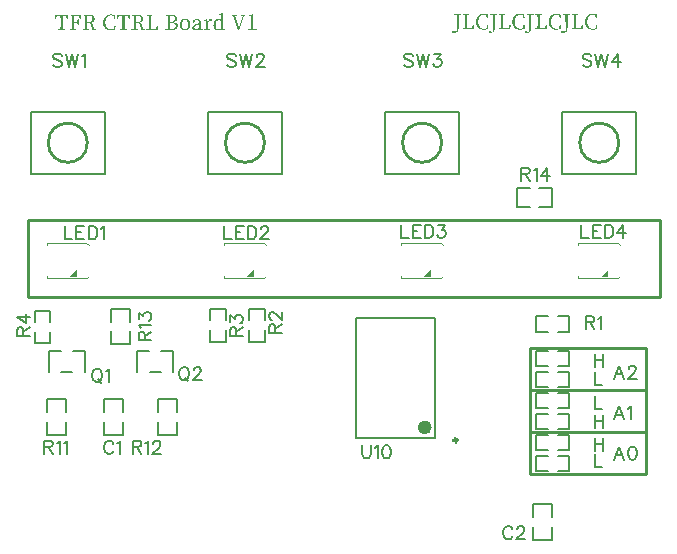
<source format=gto>
G04 Layer: TopSilkLayer*
G04 EasyEDA v6.4.25, 2021-11-01T16:40:30+01:00*
G04 d0984406bf964252bec45fc5339864a5,23de75a5ce864506aa6f80b6cd8e489b,10*
G04 Gerber Generator version 0.2*
G04 Scale: 100 percent, Rotated: No, Reflected: No *
G04 Dimensions in millimeters *
G04 leading zeros omitted , absolute positions ,4 integer and 5 decimal *
%FSLAX45Y45*%
%MOMM*%

%ADD10C,0.2540*%
%ADD12C,0.6000*%
%ADD22C,0.1200*%
%ADD23C,0.1524*%
%ADD24C,0.2000*%
%ADD25C,0.3000*%

%LPD*%
G36*
X5444998Y-77368D02*
G01*
X5439359Y-77571D01*
X5433923Y-78232D01*
X5428589Y-79248D01*
X5423509Y-80619D01*
X5418632Y-82397D01*
X5413959Y-84531D01*
X5409488Y-87020D01*
X5405323Y-89865D01*
X5401360Y-93014D01*
X5397703Y-96469D01*
X5394350Y-100228D01*
X5391251Y-104241D01*
X5388457Y-108559D01*
X5386019Y-113182D01*
X5383936Y-118008D01*
X5382158Y-123037D01*
X5380786Y-128371D01*
X5379770Y-133858D01*
X5379161Y-139547D01*
X5378958Y-145440D01*
X5379161Y-151434D01*
X5379770Y-157226D01*
X5380736Y-162814D01*
X5382056Y-168148D01*
X5383733Y-173228D01*
X5385816Y-178054D01*
X5388152Y-182676D01*
X5390896Y-186944D01*
X5393893Y-191008D01*
X5397246Y-194716D01*
X5400852Y-198170D01*
X5404764Y-201269D01*
X5408930Y-204063D01*
X5413400Y-206502D01*
X5418074Y-208584D01*
X5423052Y-210362D01*
X5428183Y-211734D01*
X5433618Y-212699D01*
X5439206Y-213309D01*
X5444998Y-213512D01*
X5450179Y-213410D01*
X5455310Y-213004D01*
X5460288Y-212293D01*
X5465216Y-211277D01*
X5469991Y-210007D01*
X5474716Y-208381D01*
X5479338Y-206400D01*
X5483860Y-204114D01*
X5484368Y-175412D01*
X5473700Y-175412D01*
X5468874Y-200304D01*
X5463184Y-202590D01*
X5457545Y-204063D01*
X5451957Y-204876D01*
X5446522Y-205130D01*
X5441391Y-204876D01*
X5436463Y-204165D01*
X5431790Y-202946D01*
X5427319Y-201269D01*
X5423154Y-199136D01*
X5419242Y-196494D01*
X5415635Y-193395D01*
X5412333Y-189890D01*
X5409336Y-185877D01*
X5406694Y-181406D01*
X5404408Y-176530D01*
X5402529Y-171196D01*
X5401005Y-165404D01*
X5399938Y-159156D01*
X5399278Y-152501D01*
X5399024Y-145440D01*
X5399278Y-138430D01*
X5399989Y-131826D01*
X5401208Y-125628D01*
X5402783Y-119887D01*
X5404815Y-114554D01*
X5407202Y-109677D01*
X5409946Y-105257D01*
X5413044Y-101244D01*
X5416448Y-97739D01*
X5420156Y-94640D01*
X5424068Y-91998D01*
X5428284Y-89865D01*
X5432704Y-88188D01*
X5437327Y-86969D01*
X5442102Y-86258D01*
X5447030Y-86004D01*
X5452008Y-86258D01*
X5456986Y-87071D01*
X5462016Y-88595D01*
X5467096Y-90830D01*
X5471922Y-115722D01*
X5482590Y-115722D01*
X5482082Y-87020D01*
X5477306Y-84429D01*
X5472531Y-82296D01*
X5467705Y-80619D01*
X5462981Y-79349D01*
X5458307Y-78435D01*
X5449316Y-77470D01*
G37*
G36*
X5137404Y-77368D02*
G01*
X5131765Y-77571D01*
X5126329Y-78232D01*
X5120995Y-79248D01*
X5115915Y-80619D01*
X5111038Y-82397D01*
X5106365Y-84531D01*
X5101894Y-87020D01*
X5097729Y-89865D01*
X5093766Y-93014D01*
X5090109Y-96469D01*
X5086756Y-100228D01*
X5083657Y-104241D01*
X5080863Y-108559D01*
X5078425Y-113182D01*
X5076342Y-118008D01*
X5074615Y-123037D01*
X5073192Y-128371D01*
X5072176Y-133858D01*
X5071567Y-139547D01*
X5071364Y-145440D01*
X5071567Y-151434D01*
X5072176Y-157226D01*
X5073142Y-162814D01*
X5074462Y-168148D01*
X5076139Y-173228D01*
X5078222Y-178054D01*
X5080558Y-182676D01*
X5083302Y-186944D01*
X5086299Y-191008D01*
X5089652Y-194716D01*
X5093258Y-198170D01*
X5097170Y-201269D01*
X5101336Y-204063D01*
X5105806Y-206502D01*
X5110480Y-208584D01*
X5115458Y-210362D01*
X5120589Y-211734D01*
X5126024Y-212699D01*
X5131612Y-213309D01*
X5137404Y-213512D01*
X5142585Y-213410D01*
X5147716Y-213004D01*
X5152694Y-212293D01*
X5157622Y-211277D01*
X5162397Y-210007D01*
X5167122Y-208381D01*
X5171744Y-206400D01*
X5176266Y-204114D01*
X5176774Y-175412D01*
X5166106Y-175412D01*
X5161280Y-200304D01*
X5155590Y-202590D01*
X5149951Y-204063D01*
X5144363Y-204876D01*
X5138928Y-205130D01*
X5133797Y-204876D01*
X5128869Y-204165D01*
X5124196Y-202946D01*
X5119725Y-201269D01*
X5115560Y-199136D01*
X5111648Y-196494D01*
X5108041Y-193395D01*
X5104739Y-189890D01*
X5101742Y-185877D01*
X5099100Y-181406D01*
X5096814Y-176530D01*
X5094935Y-171196D01*
X5093411Y-165404D01*
X5092344Y-159156D01*
X5091684Y-152501D01*
X5091430Y-145440D01*
X5091684Y-138430D01*
X5092395Y-131826D01*
X5093614Y-125628D01*
X5095189Y-119887D01*
X5097221Y-114554D01*
X5099608Y-109677D01*
X5102352Y-105257D01*
X5105450Y-101244D01*
X5108854Y-97739D01*
X5112562Y-94640D01*
X5116474Y-91998D01*
X5120690Y-89865D01*
X5125110Y-88188D01*
X5129733Y-86969D01*
X5134508Y-86258D01*
X5139436Y-86004D01*
X5144414Y-86258D01*
X5149392Y-87071D01*
X5154422Y-88595D01*
X5159502Y-90830D01*
X5164328Y-115722D01*
X5174996Y-115722D01*
X5174488Y-87020D01*
X5169712Y-84429D01*
X5164937Y-82296D01*
X5160111Y-80619D01*
X5155387Y-79349D01*
X5150713Y-78435D01*
X5141722Y-77470D01*
G37*
G36*
X4829810Y-77368D02*
G01*
X4824171Y-77571D01*
X4818735Y-78232D01*
X4813401Y-79248D01*
X4808321Y-80619D01*
X4803444Y-82397D01*
X4798771Y-84531D01*
X4794300Y-87020D01*
X4790135Y-89865D01*
X4786172Y-93014D01*
X4782515Y-96469D01*
X4779162Y-100228D01*
X4776063Y-104241D01*
X4773269Y-108559D01*
X4770831Y-113182D01*
X4768748Y-118008D01*
X4766970Y-123037D01*
X4765598Y-128371D01*
X4764582Y-133858D01*
X4763973Y-139547D01*
X4763770Y-145440D01*
X4763973Y-151434D01*
X4764582Y-157226D01*
X4765548Y-162814D01*
X4766868Y-168148D01*
X4768545Y-173228D01*
X4770628Y-178054D01*
X4772964Y-182676D01*
X4775708Y-186944D01*
X4778705Y-191008D01*
X4782058Y-194716D01*
X4785664Y-198170D01*
X4789576Y-201269D01*
X4793742Y-204063D01*
X4798212Y-206502D01*
X4802886Y-208584D01*
X4807813Y-210362D01*
X4812995Y-211734D01*
X4818430Y-212699D01*
X4824018Y-213309D01*
X4829810Y-213512D01*
X4834991Y-213410D01*
X4840122Y-213004D01*
X4845100Y-212293D01*
X4850028Y-211277D01*
X4854803Y-210007D01*
X4859528Y-208381D01*
X4864150Y-206400D01*
X4868672Y-204114D01*
X4869180Y-175412D01*
X4858512Y-175412D01*
X4853686Y-200304D01*
X4847996Y-202590D01*
X4842357Y-204063D01*
X4836769Y-204876D01*
X4831334Y-205130D01*
X4826203Y-204876D01*
X4821275Y-204165D01*
X4816602Y-202946D01*
X4812131Y-201269D01*
X4807966Y-199136D01*
X4804054Y-196494D01*
X4800447Y-193395D01*
X4797145Y-189890D01*
X4794148Y-185877D01*
X4791506Y-181406D01*
X4789220Y-176530D01*
X4787341Y-171196D01*
X4785817Y-165404D01*
X4784750Y-159156D01*
X4784090Y-152501D01*
X4783836Y-145440D01*
X4784090Y-138430D01*
X4784801Y-131826D01*
X4786020Y-125628D01*
X4787595Y-119887D01*
X4789627Y-114554D01*
X4792014Y-109677D01*
X4794758Y-105257D01*
X4797856Y-101244D01*
X4801260Y-97739D01*
X4804968Y-94640D01*
X4808880Y-91998D01*
X4813096Y-89865D01*
X4817516Y-88188D01*
X4822139Y-86969D01*
X4826914Y-86258D01*
X4831842Y-86004D01*
X4836820Y-86258D01*
X4841798Y-87071D01*
X4846828Y-88595D01*
X4851908Y-90830D01*
X4856734Y-115722D01*
X4867402Y-115722D01*
X4866894Y-87020D01*
X4862118Y-84429D01*
X4857343Y-82296D01*
X4852517Y-80619D01*
X4847793Y-79349D01*
X4843119Y-78435D01*
X4834128Y-77470D01*
G37*
G36*
X4522216Y-77368D02*
G01*
X4516577Y-77571D01*
X4511141Y-78232D01*
X4505807Y-79248D01*
X4500727Y-80619D01*
X4495850Y-82397D01*
X4491177Y-84531D01*
X4486706Y-87020D01*
X4482541Y-89865D01*
X4478578Y-93014D01*
X4474921Y-96469D01*
X4471568Y-100228D01*
X4468469Y-104241D01*
X4465675Y-108559D01*
X4463237Y-113182D01*
X4461154Y-118008D01*
X4459427Y-123037D01*
X4458004Y-128371D01*
X4456988Y-133858D01*
X4456379Y-139547D01*
X4456176Y-145440D01*
X4456379Y-151434D01*
X4456988Y-157226D01*
X4457954Y-162814D01*
X4459274Y-168148D01*
X4460951Y-173228D01*
X4463034Y-178054D01*
X4465370Y-182676D01*
X4468114Y-186944D01*
X4471111Y-191008D01*
X4474464Y-194716D01*
X4478070Y-198170D01*
X4481982Y-201269D01*
X4486148Y-204063D01*
X4490618Y-206502D01*
X4495292Y-208584D01*
X4500270Y-210362D01*
X4505401Y-211734D01*
X4510836Y-212699D01*
X4516424Y-213309D01*
X4522216Y-213512D01*
X4527397Y-213410D01*
X4532528Y-213004D01*
X4537506Y-212293D01*
X4542434Y-211277D01*
X4547209Y-210007D01*
X4551934Y-208381D01*
X4556556Y-206400D01*
X4561078Y-204114D01*
X4561586Y-175412D01*
X4550918Y-175412D01*
X4546092Y-200304D01*
X4540402Y-202590D01*
X4534763Y-204063D01*
X4529175Y-204876D01*
X4523740Y-205130D01*
X4518609Y-204876D01*
X4513681Y-204165D01*
X4509008Y-202946D01*
X4504537Y-201269D01*
X4500372Y-199136D01*
X4496460Y-196494D01*
X4492853Y-193395D01*
X4489551Y-189890D01*
X4486554Y-185877D01*
X4483912Y-181406D01*
X4481626Y-176530D01*
X4479747Y-171196D01*
X4478223Y-165404D01*
X4477156Y-159156D01*
X4476496Y-152501D01*
X4476242Y-145440D01*
X4476496Y-138430D01*
X4477207Y-131826D01*
X4478426Y-125628D01*
X4480001Y-119887D01*
X4482033Y-114554D01*
X4484420Y-109677D01*
X4487164Y-105257D01*
X4490262Y-101244D01*
X4493666Y-97739D01*
X4497374Y-94640D01*
X4501286Y-91998D01*
X4505502Y-89865D01*
X4509922Y-88188D01*
X4514545Y-86969D01*
X4519320Y-86258D01*
X4524248Y-86004D01*
X4529226Y-86258D01*
X4534204Y-87071D01*
X4539234Y-88595D01*
X4544314Y-90830D01*
X4549140Y-115722D01*
X4559808Y-115722D01*
X4559300Y-87020D01*
X4554524Y-84429D01*
X4549749Y-82296D01*
X4544923Y-80619D01*
X4540199Y-79349D01*
X4535525Y-78435D01*
X4526534Y-77470D01*
G37*
G36*
X5266182Y-80416D02*
G01*
X5266182Y-87274D01*
X5284216Y-89052D01*
X5284673Y-114757D01*
X5284724Y-169875D01*
X5284216Y-202082D01*
X5266182Y-203860D01*
X5266182Y-210718D01*
X5362702Y-210718D01*
X5364226Y-174142D01*
X5354066Y-174142D01*
X5347462Y-202336D01*
X5302758Y-202336D01*
X5302554Y-177088D01*
X5302758Y-89052D01*
X5321046Y-87274D01*
X5321046Y-80416D01*
G37*
G36*
X5194300Y-80416D02*
G01*
X5194300Y-87274D01*
X5214112Y-89052D01*
X5215890Y-206908D01*
X5215382Y-216306D01*
X5213756Y-223723D01*
X5210962Y-229565D01*
X5207000Y-234086D01*
X5201920Y-229514D01*
X5198160Y-226771D01*
X5194808Y-224993D01*
X5191556Y-223977D01*
X5188204Y-223672D01*
X5183936Y-224231D01*
X5180431Y-225907D01*
X5177840Y-228803D01*
X5176266Y-233070D01*
X5178806Y-237490D01*
X5182768Y-240182D01*
X5187645Y-241604D01*
X5193030Y-241960D01*
X5199176Y-241503D01*
X5205171Y-240080D01*
X5210860Y-237693D01*
X5216093Y-234391D01*
X5220716Y-230174D01*
X5224627Y-225044D01*
X5227624Y-218998D01*
X5229606Y-211988D01*
X5231028Y-204368D01*
X5231892Y-195580D01*
X5232298Y-184658D01*
X5232654Y-89052D01*
X5250942Y-87274D01*
X5250942Y-80416D01*
G37*
G36*
X4958588Y-80416D02*
G01*
X4958588Y-87274D01*
X4976622Y-89052D01*
X4977079Y-114757D01*
X4977130Y-169875D01*
X4976622Y-202082D01*
X4958588Y-203860D01*
X4958588Y-210718D01*
X5055108Y-210718D01*
X5056632Y-174142D01*
X5046472Y-174142D01*
X5039868Y-202336D01*
X4995164Y-202336D01*
X4994960Y-177088D01*
X4995164Y-89052D01*
X5013452Y-87274D01*
X5013452Y-80416D01*
G37*
G36*
X4886706Y-80416D02*
G01*
X4886706Y-87274D01*
X4906518Y-89052D01*
X4908296Y-206908D01*
X4907788Y-216306D01*
X4906162Y-223723D01*
X4903368Y-229565D01*
X4899406Y-234086D01*
X4894326Y-229514D01*
X4890566Y-226771D01*
X4887214Y-224993D01*
X4883962Y-223977D01*
X4880610Y-223672D01*
X4876342Y-224231D01*
X4872837Y-225907D01*
X4870246Y-228803D01*
X4868672Y-233070D01*
X4871212Y-237490D01*
X4875174Y-240182D01*
X4880051Y-241604D01*
X4885436Y-241960D01*
X4891582Y-241503D01*
X4897577Y-240080D01*
X4903266Y-237693D01*
X4908499Y-234391D01*
X4913122Y-230174D01*
X4917033Y-225044D01*
X4920030Y-218998D01*
X4922012Y-211988D01*
X4923434Y-204368D01*
X4924298Y-195580D01*
X4924704Y-184658D01*
X4925060Y-89052D01*
X4943348Y-87274D01*
X4943348Y-80416D01*
G37*
G36*
X4650994Y-80416D02*
G01*
X4650994Y-87274D01*
X4669028Y-89052D01*
X4669485Y-114757D01*
X4669536Y-169875D01*
X4669028Y-202082D01*
X4650994Y-203860D01*
X4650994Y-210718D01*
X4747514Y-210718D01*
X4749038Y-174142D01*
X4738878Y-174142D01*
X4732274Y-202336D01*
X4687570Y-202336D01*
X4687366Y-177088D01*
X4687570Y-89052D01*
X4705858Y-87274D01*
X4705858Y-80416D01*
G37*
G36*
X4579112Y-80416D02*
G01*
X4579112Y-87274D01*
X4598924Y-89052D01*
X4600702Y-206908D01*
X4600194Y-216306D01*
X4598568Y-223723D01*
X4595774Y-229565D01*
X4591812Y-234086D01*
X4586732Y-229514D01*
X4582972Y-226771D01*
X4579620Y-224993D01*
X4576368Y-223977D01*
X4573016Y-223672D01*
X4568748Y-224231D01*
X4565243Y-225907D01*
X4562652Y-228803D01*
X4561078Y-233070D01*
X4563618Y-237490D01*
X4567580Y-240182D01*
X4572457Y-241604D01*
X4577842Y-241960D01*
X4583988Y-241503D01*
X4589983Y-240080D01*
X4595672Y-237693D01*
X4600905Y-234391D01*
X4605528Y-230174D01*
X4609439Y-225044D01*
X4612436Y-218998D01*
X4614418Y-211988D01*
X4615840Y-204368D01*
X4616704Y-195580D01*
X4617110Y-184658D01*
X4617466Y-89052D01*
X4635754Y-87274D01*
X4635754Y-80416D01*
G37*
G36*
X4343400Y-80416D02*
G01*
X4343400Y-87274D01*
X4361434Y-89052D01*
X4361891Y-114757D01*
X4361942Y-169875D01*
X4361434Y-202082D01*
X4343400Y-203860D01*
X4343400Y-210718D01*
X4439920Y-210718D01*
X4441444Y-174142D01*
X4431284Y-174142D01*
X4424680Y-202336D01*
X4379976Y-202336D01*
X4379772Y-177088D01*
X4379976Y-89052D01*
X4398264Y-87274D01*
X4398264Y-80416D01*
G37*
G36*
X4271518Y-80416D02*
G01*
X4271518Y-87274D01*
X4291330Y-89052D01*
X4293108Y-206908D01*
X4292600Y-216306D01*
X4290974Y-223723D01*
X4288282Y-229565D01*
X4284472Y-234086D01*
X4279138Y-229514D01*
X4275378Y-226771D01*
X4272026Y-224993D01*
X4268774Y-223977D01*
X4265422Y-223672D01*
X4261154Y-224231D01*
X4257649Y-225907D01*
X4255058Y-228803D01*
X4253484Y-233070D01*
X4256024Y-237490D01*
X4259986Y-240182D01*
X4264863Y-241604D01*
X4270248Y-241960D01*
X4276394Y-241503D01*
X4282389Y-240080D01*
X4288078Y-237693D01*
X4293311Y-234391D01*
X4297934Y-230174D01*
X4301845Y-225044D01*
X4304842Y-218998D01*
X4306824Y-211988D01*
X4308246Y-204368D01*
X4309110Y-195580D01*
X4309516Y-184658D01*
X4309872Y-89052D01*
X4328160Y-87274D01*
X4328160Y-80416D01*
G37*
G36*
X2314600Y-72999D02*
G01*
X2284628Y-81127D01*
X2284628Y-86969D01*
X2300884Y-88493D01*
X2300884Y-134721D01*
X2294737Y-128676D01*
X2288438Y-124764D01*
X2281936Y-122682D01*
X2275230Y-122021D01*
X2269388Y-122428D01*
X2263851Y-123596D01*
X2258618Y-125577D01*
X2253792Y-128219D01*
X2249373Y-131572D01*
X2245461Y-135585D01*
X2241956Y-140208D01*
X2239060Y-145491D01*
X2236724Y-151282D01*
X2234996Y-157632D01*
X2233930Y-164490D01*
X2233611Y-171043D01*
X2250846Y-171043D01*
X2251405Y-161340D01*
X2253030Y-153162D01*
X2255621Y-146405D01*
X2259076Y-141020D01*
X2263190Y-136956D01*
X2267864Y-134112D01*
X2273046Y-132486D01*
X2278532Y-131927D01*
X2283510Y-132435D01*
X2288692Y-134061D01*
X2294331Y-137210D01*
X2300630Y-142087D01*
X2300630Y-198475D01*
X2295144Y-203758D01*
X2289810Y-207213D01*
X2284323Y-209092D01*
X2278278Y-209651D01*
X2272588Y-209092D01*
X2267356Y-207467D01*
X2262682Y-204622D01*
X2258669Y-200558D01*
X2255367Y-195224D01*
X2252929Y-188569D01*
X2251354Y-180492D01*
X2250846Y-171043D01*
X2233611Y-171043D01*
X2233879Y-178714D01*
X2234895Y-185216D01*
X2236470Y-191262D01*
X2238654Y-196850D01*
X2241397Y-201879D01*
X2244699Y-206349D01*
X2248458Y-210261D01*
X2252675Y-213512D01*
X2257348Y-216103D01*
X2262428Y-217982D01*
X2267915Y-219151D01*
X2273706Y-219557D01*
X2282037Y-218592D01*
X2289200Y-215798D01*
X2295499Y-211429D01*
X2301138Y-205587D01*
X2302154Y-219049D01*
X2332380Y-217017D01*
X2332380Y-210921D01*
X2316632Y-209143D01*
X2316632Y-102209D01*
X2317140Y-74523D01*
G37*
G36*
X1365148Y-83667D02*
G01*
X1359509Y-83870D01*
X1354023Y-84531D01*
X1348740Y-85547D01*
X1343660Y-86918D01*
X1338732Y-88696D01*
X1334058Y-90830D01*
X1329639Y-93319D01*
X1325422Y-96164D01*
X1321511Y-99314D01*
X1317853Y-102768D01*
X1314450Y-106527D01*
X1311351Y-110540D01*
X1308608Y-114858D01*
X1306169Y-119481D01*
X1304036Y-124307D01*
X1302308Y-129336D01*
X1300937Y-134670D01*
X1299921Y-140157D01*
X1299311Y-145846D01*
X1299108Y-151739D01*
X1299311Y-157734D01*
X1299870Y-163525D01*
X1300835Y-169113D01*
X1302207Y-174447D01*
X1303883Y-179527D01*
X1305915Y-184353D01*
X1308303Y-188976D01*
X1310995Y-193243D01*
X1314043Y-197307D01*
X1317345Y-201015D01*
X1320952Y-204470D01*
X1324864Y-207568D01*
X1329080Y-210362D01*
X1333500Y-212801D01*
X1338224Y-214884D01*
X1343152Y-216662D01*
X1348333Y-218033D01*
X1353718Y-218998D01*
X1359306Y-219608D01*
X1365148Y-219811D01*
X1370330Y-219710D01*
X1375410Y-219303D01*
X1380439Y-218592D01*
X1385316Y-217576D01*
X1390142Y-216306D01*
X1394866Y-214680D01*
X1399489Y-212699D01*
X1404010Y-210413D01*
X1404518Y-181711D01*
X1393850Y-181711D01*
X1389024Y-206603D01*
X1383284Y-208889D01*
X1377645Y-210362D01*
X1372108Y-211175D01*
X1366672Y-211429D01*
X1361541Y-211175D01*
X1356614Y-210464D01*
X1351889Y-209245D01*
X1347470Y-207568D01*
X1343253Y-205435D01*
X1339342Y-202793D01*
X1335735Y-199694D01*
X1332433Y-196189D01*
X1329436Y-192176D01*
X1326845Y-187706D01*
X1324559Y-182829D01*
X1322679Y-177495D01*
X1321155Y-171704D01*
X1320038Y-165455D01*
X1319377Y-158800D01*
X1319174Y-151739D01*
X1319428Y-144729D01*
X1320139Y-138125D01*
X1321308Y-131927D01*
X1322933Y-126187D01*
X1324914Y-120853D01*
X1327302Y-115976D01*
X1330096Y-111556D01*
X1333144Y-107543D01*
X1336548Y-104038D01*
X1340256Y-100939D01*
X1344218Y-98298D01*
X1348435Y-96164D01*
X1352854Y-94488D01*
X1357426Y-93268D01*
X1362252Y-92557D01*
X1367180Y-92303D01*
X1372108Y-92557D01*
X1377086Y-93370D01*
X1382115Y-94894D01*
X1387246Y-97129D01*
X1392072Y-122021D01*
X1402740Y-122021D01*
X1402232Y-93319D01*
X1397457Y-90728D01*
X1392631Y-88595D01*
X1387856Y-86918D01*
X1383131Y-85648D01*
X1378458Y-84734D01*
X1369415Y-83769D01*
G37*
G36*
X2568600Y-84683D02*
G01*
X2528722Y-95097D01*
X2528722Y-101955D01*
X2554630Y-99415D01*
X2554376Y-207111D01*
X2526436Y-210921D01*
X2526436Y-217017D01*
X2598318Y-217017D01*
X2598318Y-210921D01*
X2570886Y-207111D01*
X2570632Y-114655D01*
X2571394Y-86715D01*
G37*
G36*
X2383688Y-86715D02*
G01*
X2383688Y-93573D01*
X2398420Y-95097D01*
X2444140Y-218287D01*
X2452268Y-218287D01*
X2493162Y-95605D01*
X2509926Y-93319D01*
X2509926Y-86715D01*
X2465476Y-86715D01*
X2465476Y-94081D01*
X2483256Y-95859D01*
X2451760Y-193649D01*
X2417470Y-95859D01*
X2436520Y-94081D01*
X2436520Y-86715D01*
G37*
G36*
X1826412Y-86715D02*
G01*
X1826412Y-93573D01*
X1844700Y-95351D01*
X1844954Y-145643D01*
X1862734Y-145643D01*
X1862937Y-106984D01*
X1863242Y-94335D01*
X1876958Y-94335D01*
X1884070Y-94691D01*
X1890268Y-95758D01*
X1895449Y-97586D01*
X1899666Y-100177D01*
X1902968Y-103581D01*
X1905304Y-107848D01*
X1906727Y-112979D01*
X1907184Y-118973D01*
X1906676Y-125374D01*
X1905152Y-130860D01*
X1902561Y-135483D01*
X1898904Y-139192D01*
X1894179Y-142036D01*
X1888337Y-144068D01*
X1881327Y-145237D01*
X1873148Y-145643D01*
X1844954Y-145643D01*
X1844954Y-153517D01*
X1873910Y-153517D01*
X1883359Y-153974D01*
X1891436Y-155295D01*
X1898142Y-157480D01*
X1903526Y-160578D01*
X1907641Y-164541D01*
X1910537Y-169367D01*
X1912213Y-175107D01*
X1912772Y-181711D01*
X1912162Y-188010D01*
X1910435Y-193497D01*
X1907539Y-198221D01*
X1903475Y-202082D01*
X1898294Y-205181D01*
X1891995Y-207365D01*
X1884527Y-208686D01*
X1875942Y-209143D01*
X1863242Y-209143D01*
X1862785Y-182372D01*
X1862734Y-153517D01*
X1844954Y-153517D01*
X1844700Y-208381D01*
X1826412Y-210159D01*
X1826412Y-217017D01*
X1879752Y-217017D01*
X1888540Y-216662D01*
X1896414Y-215646D01*
X1903425Y-213969D01*
X1909572Y-211734D01*
X1914906Y-209042D01*
X1919427Y-205892D01*
X1923186Y-202387D01*
X1926183Y-198577D01*
X1928469Y-194513D01*
X1930044Y-190296D01*
X1931009Y-185877D01*
X1931314Y-181457D01*
X1930755Y-175615D01*
X1929130Y-170180D01*
X1926386Y-165150D01*
X1922424Y-160629D01*
X1917192Y-156718D01*
X1910740Y-153416D01*
X1902917Y-150774D01*
X1893722Y-148945D01*
X1901393Y-146862D01*
X1907895Y-144170D01*
X1913229Y-140817D01*
X1917496Y-137007D01*
X1920697Y-132791D01*
X1922983Y-128168D01*
X1924253Y-123291D01*
X1924710Y-118211D01*
X1924405Y-113741D01*
X1923491Y-109524D01*
X1921967Y-105562D01*
X1919833Y-101904D01*
X1917141Y-98602D01*
X1913889Y-95605D01*
X1910029Y-93014D01*
X1905609Y-90830D01*
X1900580Y-89052D01*
X1895043Y-87782D01*
X1888947Y-87020D01*
X1882292Y-86715D01*
G37*
G36*
X1665884Y-86715D02*
G01*
X1665884Y-93573D01*
X1683918Y-95351D01*
X1684121Y-121056D01*
X1684121Y-188976D01*
X1683918Y-208381D01*
X1665884Y-210159D01*
X1665884Y-217017D01*
X1762404Y-217017D01*
X1763674Y-180441D01*
X1753514Y-180441D01*
X1747164Y-208635D01*
X1702460Y-208635D01*
X1702206Y-183388D01*
X1702460Y-95351D01*
X1720748Y-93573D01*
X1720748Y-86715D01*
G37*
G36*
X1538884Y-86715D02*
G01*
X1538884Y-93573D01*
X1556918Y-95351D01*
X1557375Y-127558D01*
X1557426Y-148691D01*
X1575206Y-148691D01*
X1575460Y-94335D01*
X1592478Y-94335D01*
X1599590Y-94792D01*
X1605686Y-96113D01*
X1610817Y-98298D01*
X1614932Y-101244D01*
X1618132Y-105054D01*
X1620418Y-109575D01*
X1621739Y-114808D01*
X1622196Y-120751D01*
X1621688Y-126542D01*
X1620215Y-131876D01*
X1617776Y-136652D01*
X1614373Y-140716D01*
X1610004Y-144068D01*
X1604619Y-146608D01*
X1598269Y-148132D01*
X1590954Y-148691D01*
X1557426Y-148691D01*
X1557274Y-189128D01*
X1556918Y-208381D01*
X1538884Y-210159D01*
X1538884Y-217017D01*
X1593494Y-217017D01*
X1593494Y-210159D01*
X1575460Y-208127D01*
X1575206Y-156311D01*
X1585366Y-156311D01*
X1591005Y-156514D01*
X1595831Y-157124D01*
X1599844Y-158292D01*
X1603248Y-160070D01*
X1606092Y-162610D01*
X1608429Y-165963D01*
X1610360Y-170281D01*
X1612036Y-175615D01*
X1619910Y-206603D01*
X1622247Y-212293D01*
X1626107Y-216154D01*
X1631797Y-218389D01*
X1639722Y-219049D01*
X1647952Y-218541D01*
X1651406Y-217881D01*
X1654454Y-217017D01*
X1654454Y-210159D01*
X1639214Y-208889D01*
X1630324Y-178155D01*
X1626463Y-168503D01*
X1621485Y-161391D01*
X1615084Y-156616D01*
X1606956Y-153771D01*
X1614728Y-151841D01*
X1621485Y-149098D01*
X1627276Y-145643D01*
X1632000Y-141579D01*
X1635709Y-136956D01*
X1638350Y-131876D01*
X1639925Y-126441D01*
X1640484Y-120751D01*
X1640128Y-115620D01*
X1639062Y-110845D01*
X1637283Y-106426D01*
X1634845Y-102463D01*
X1631746Y-98907D01*
X1628038Y-95758D01*
X1623669Y-93065D01*
X1618742Y-90830D01*
X1613255Y-89052D01*
X1607210Y-87782D01*
X1600606Y-86969D01*
X1593494Y-86715D01*
G37*
G36*
X1418234Y-86715D02*
G01*
X1416456Y-121259D01*
X1426362Y-121259D01*
X1431696Y-95097D01*
X1462176Y-95097D01*
X1462633Y-121056D01*
X1462633Y-176225D01*
X1462176Y-208127D01*
X1442110Y-210159D01*
X1442110Y-217017D01*
X1500784Y-217017D01*
X1500784Y-210159D01*
X1480718Y-208127D01*
X1480515Y-188925D01*
X1480464Y-121056D01*
X1480718Y-95097D01*
X1511198Y-95097D01*
X1516786Y-121259D01*
X1526184Y-121259D01*
X1524914Y-86715D01*
G37*
G36*
X1125880Y-86715D02*
G01*
X1125880Y-93573D01*
X1143914Y-95351D01*
X1144371Y-127558D01*
X1144422Y-148691D01*
X1162202Y-148691D01*
X1162456Y-94335D01*
X1179220Y-94335D01*
X1186383Y-94792D01*
X1192530Y-96113D01*
X1197660Y-98298D01*
X1201775Y-101244D01*
X1204925Y-105054D01*
X1207160Y-109575D01*
X1208481Y-114808D01*
X1208938Y-120751D01*
X1208430Y-126542D01*
X1207008Y-131876D01*
X1204620Y-136652D01*
X1201267Y-140716D01*
X1196898Y-144068D01*
X1191564Y-146608D01*
X1185265Y-148132D01*
X1177950Y-148691D01*
X1144422Y-148691D01*
X1144270Y-189128D01*
X1143914Y-208381D01*
X1125880Y-210159D01*
X1125880Y-217017D01*
X1180490Y-217017D01*
X1180490Y-210159D01*
X1162456Y-208127D01*
X1162202Y-156311D01*
X1172362Y-156311D01*
X1178001Y-156514D01*
X1182827Y-157124D01*
X1186840Y-158292D01*
X1190244Y-160070D01*
X1193038Y-162610D01*
X1195324Y-165963D01*
X1197203Y-170281D01*
X1198778Y-175615D01*
X1206906Y-206603D01*
X1209141Y-212293D01*
X1213002Y-216154D01*
X1218742Y-218389D01*
X1226718Y-219049D01*
X1234948Y-218541D01*
X1238402Y-217881D01*
X1241450Y-217017D01*
X1241450Y-210159D01*
X1226210Y-208889D01*
X1217320Y-178155D01*
X1213459Y-168503D01*
X1208481Y-161391D01*
X1202080Y-156616D01*
X1193952Y-153771D01*
X1201724Y-151841D01*
X1208481Y-149098D01*
X1214272Y-145643D01*
X1218996Y-141579D01*
X1222705Y-136956D01*
X1225346Y-131876D01*
X1226921Y-126441D01*
X1227480Y-120751D01*
X1227124Y-115620D01*
X1226058Y-110845D01*
X1224280Y-106426D01*
X1221841Y-102463D01*
X1218742Y-98907D01*
X1215034Y-95758D01*
X1210665Y-93065D01*
X1205738Y-90830D01*
X1200251Y-89052D01*
X1194206Y-87782D01*
X1187602Y-86969D01*
X1180490Y-86715D01*
G37*
G36*
X1014882Y-86715D02*
G01*
X1014882Y-93573D01*
X1032916Y-95351D01*
X1033373Y-127558D01*
X1033373Y-182727D01*
X1032916Y-208381D01*
X1014882Y-210159D01*
X1014882Y-217017D01*
X1070000Y-217017D01*
X1070000Y-210159D01*
X1051458Y-208127D01*
X1051204Y-182118D01*
X1051204Y-154533D01*
X1081938Y-154533D01*
X1084478Y-174853D01*
X1092606Y-174853D01*
X1092606Y-127609D01*
X1084478Y-127609D01*
X1081938Y-146913D01*
X1051204Y-146913D01*
X1051458Y-95097D01*
X1097940Y-95097D01*
X1103020Y-121005D01*
X1112672Y-121005D01*
X1111656Y-86715D01*
G37*
G36*
X894232Y-86715D02*
G01*
X892454Y-121259D01*
X902360Y-121259D01*
X907694Y-95097D01*
X938174Y-95097D01*
X938631Y-121056D01*
X938631Y-176225D01*
X938174Y-208127D01*
X918108Y-210159D01*
X918108Y-217017D01*
X976782Y-217017D01*
X976782Y-210159D01*
X956716Y-208127D01*
X956513Y-188925D01*
X956462Y-121056D01*
X956716Y-95097D01*
X987450Y-95097D01*
X992784Y-121259D01*
X1002182Y-121259D01*
X1000912Y-86715D01*
G37*
G36*
X2211984Y-122021D02*
G01*
X2207869Y-122478D01*
X2203805Y-123748D01*
X2199843Y-125831D01*
X2196033Y-128727D01*
X2192426Y-132384D01*
X2189124Y-136702D01*
X2186127Y-141732D01*
X2183536Y-147421D01*
X2181504Y-124053D01*
X2178964Y-122275D01*
X2151532Y-132943D01*
X2151532Y-138785D01*
X2167026Y-140309D01*
X2167534Y-165963D01*
X2167280Y-208889D01*
X2153056Y-210921D01*
X2153056Y-217017D01*
X2200300Y-217017D01*
X2200300Y-210921D01*
X2184044Y-208635D01*
X2183790Y-192125D01*
X2183790Y-160883D01*
X2186787Y-152654D01*
X2190546Y-145643D01*
X2195118Y-139801D01*
X2200554Y-134975D01*
X2202840Y-137261D01*
X2205685Y-139496D01*
X2208631Y-141173D01*
X2211730Y-142240D01*
X2215032Y-142595D01*
X2220061Y-141681D01*
X2223414Y-139039D01*
X2225344Y-134874D01*
X2225954Y-129387D01*
X2223668Y-126339D01*
X2220366Y-124002D01*
X2216404Y-122529D01*
G37*
G36*
X2095652Y-122021D02*
G01*
X2088388Y-122478D01*
X2081784Y-123698D01*
X2075789Y-125730D01*
X2070557Y-128473D01*
X2066086Y-131927D01*
X2062480Y-136093D01*
X2059787Y-140817D01*
X2058060Y-146151D01*
X2058873Y-149352D01*
X2060549Y-151638D01*
X2063140Y-153060D01*
X2066696Y-153517D01*
X2070150Y-152958D01*
X2072893Y-151231D01*
X2075027Y-148386D01*
X2076602Y-144373D01*
X2080158Y-131165D01*
X2086000Y-130048D01*
X2091334Y-129641D01*
X2095906Y-129895D01*
X2099818Y-130708D01*
X2103018Y-132181D01*
X2105558Y-134467D01*
X2107488Y-137668D01*
X2108809Y-141884D01*
X2109622Y-147218D01*
X2109876Y-159867D01*
X2098141Y-162864D01*
X2087524Y-166217D01*
X2078837Y-169621D01*
X2071776Y-173024D01*
X2066137Y-176428D01*
X2061870Y-179933D01*
X2058771Y-183540D01*
X2056739Y-187350D01*
X2055622Y-191363D01*
X2055496Y-192887D01*
X2072030Y-192887D01*
X2072741Y-187604D01*
X2075586Y-182168D01*
X2081682Y-176834D01*
X2092096Y-171805D01*
X2099919Y-168859D01*
X2109876Y-165709D01*
X2109876Y-196697D01*
X2102866Y-202133D01*
X2097379Y-205638D01*
X2092604Y-207568D01*
X2087778Y-208127D01*
X2081428Y-207264D01*
X2076450Y-204520D01*
X2073198Y-199796D01*
X2072030Y-192887D01*
X2055496Y-192887D01*
X2055266Y-195681D01*
X2055774Y-201218D01*
X2057298Y-206044D01*
X2059686Y-210159D01*
X2062886Y-213512D01*
X2066696Y-216154D01*
X2071116Y-218033D01*
X2075942Y-219202D01*
X2081174Y-219557D01*
X2089150Y-218592D01*
X2096160Y-215595D01*
X2102967Y-210667D01*
X2110384Y-203809D01*
X2112365Y-210159D01*
X2115972Y-214985D01*
X2121103Y-217982D01*
X2127656Y-219049D01*
X2132533Y-218541D01*
X2137003Y-216865D01*
X2140915Y-213817D01*
X2144420Y-209143D01*
X2140864Y-205587D01*
X2139035Y-207467D01*
X2137206Y-208940D01*
X2135225Y-209854D01*
X2132990Y-210159D01*
X2130044Y-209550D01*
X2127808Y-207467D01*
X2126386Y-203657D01*
X2125878Y-197713D01*
X2125878Y-155549D01*
X2125421Y-147167D01*
X2124049Y-140157D01*
X2121712Y-134366D01*
X2118461Y-129743D01*
X2114245Y-126288D01*
X2109063Y-123901D01*
X2102866Y-122478D01*
G37*
G36*
X1993036Y-122021D02*
G01*
X1987346Y-122377D01*
X1981758Y-123444D01*
X1976374Y-125171D01*
X1971293Y-127609D01*
X1966468Y-130759D01*
X1962099Y-134518D01*
X1958187Y-138988D01*
X1954834Y-144119D01*
X1952091Y-149910D01*
X1950059Y-156311D01*
X1948789Y-163372D01*
X1948332Y-171043D01*
X1966112Y-171043D01*
X1966569Y-161544D01*
X1967890Y-153212D01*
X1970074Y-146100D01*
X1973072Y-140258D01*
X1976932Y-135636D01*
X1981555Y-132334D01*
X1986889Y-130302D01*
X1993036Y-129641D01*
X1998980Y-130302D01*
X2004263Y-132334D01*
X2008835Y-135636D01*
X2012645Y-140258D01*
X2015693Y-146100D01*
X2017877Y-153212D01*
X2019249Y-161544D01*
X2019706Y-171043D01*
X2019249Y-180543D01*
X2017877Y-188823D01*
X2015693Y-195834D01*
X2012645Y-201574D01*
X2008835Y-206095D01*
X2004263Y-209346D01*
X1998980Y-211277D01*
X1993036Y-211937D01*
X1986889Y-211277D01*
X1981555Y-209346D01*
X1976932Y-206095D01*
X1973072Y-201574D01*
X1970074Y-195834D01*
X1967890Y-188823D01*
X1966569Y-180543D01*
X1966112Y-171043D01*
X1948332Y-171043D01*
X1948738Y-178714D01*
X1950008Y-185775D01*
X1952040Y-192125D01*
X1954784Y-197866D01*
X1958136Y-202895D01*
X1961997Y-207314D01*
X1966366Y-211023D01*
X1971141Y-214121D01*
X1976272Y-216509D01*
X1981707Y-218186D01*
X1987296Y-219202D01*
X1993036Y-219557D01*
X1998675Y-219252D01*
X2004161Y-218236D01*
X2009546Y-216509D01*
X2014677Y-214172D01*
X2019452Y-211124D01*
X2023872Y-207416D01*
X2027783Y-203047D01*
X2031187Y-197967D01*
X2033930Y-192227D01*
X2036013Y-185826D01*
X2037283Y-178765D01*
X2037740Y-171043D01*
X2037283Y-163322D01*
X2036013Y-156210D01*
X2033930Y-149809D01*
X2031187Y-144018D01*
X2027783Y-138887D01*
X2023872Y-134467D01*
X2019452Y-130657D01*
X2014677Y-127558D01*
X2009546Y-125171D01*
X2004161Y-123444D01*
X1998675Y-122377D01*
G37*
D23*
X5667756Y-3745484D02*
G01*
X5626100Y-3854450D01*
X5667756Y-3745484D02*
G01*
X5709158Y-3854450D01*
X5641593Y-3818128D02*
G01*
X5693663Y-3818128D01*
X5774690Y-3745484D02*
G01*
X5759195Y-3750563D01*
X5748781Y-3766312D01*
X5743447Y-3792220D01*
X5743447Y-3807713D01*
X5748781Y-3833876D01*
X5759195Y-3849370D01*
X5774690Y-3854450D01*
X5785104Y-3854450D01*
X5800597Y-3849370D01*
X5811011Y-3833876D01*
X5816345Y-3807713D01*
X5816345Y-3792220D01*
X5811011Y-3766312D01*
X5800597Y-3750563D01*
X5785104Y-3745484D01*
X5774690Y-3745484D01*
X5667756Y-3402584D02*
G01*
X5626100Y-3511550D01*
X5667756Y-3402584D02*
G01*
X5709158Y-3511550D01*
X5641593Y-3475228D02*
G01*
X5693663Y-3475228D01*
X5743447Y-3423412D02*
G01*
X5753861Y-3418078D01*
X5769609Y-3402584D01*
X5769609Y-3511550D01*
X5667756Y-3059684D02*
G01*
X5626100Y-3168650D01*
X5667756Y-3059684D02*
G01*
X5709158Y-3168650D01*
X5641593Y-3132328D02*
G01*
X5693663Y-3132328D01*
X5748781Y-3085592D02*
G01*
X5748781Y-3080512D01*
X5753861Y-3070097D01*
X5759195Y-3064763D01*
X5769609Y-3059684D01*
X5790184Y-3059684D01*
X5800597Y-3064763D01*
X5805931Y-3070097D01*
X5811011Y-3080512D01*
X5811011Y-3090926D01*
X5805931Y-3101339D01*
X5795518Y-3116834D01*
X5743447Y-3168650D01*
X5816345Y-3168650D01*
X977394Y-1878185D02*
G01*
X977394Y-1987151D01*
X977394Y-1987151D02*
G01*
X1039624Y-1987151D01*
X1073914Y-1878185D02*
G01*
X1073914Y-1987151D01*
X1073914Y-1878185D02*
G01*
X1141478Y-1878185D01*
X1073914Y-1930001D02*
G01*
X1115570Y-1930001D01*
X1073914Y-1987151D02*
G01*
X1141478Y-1987151D01*
X1175768Y-1878185D02*
G01*
X1175768Y-1987151D01*
X1175768Y-1878185D02*
G01*
X1212344Y-1878185D01*
X1227838Y-1883265D01*
X1238252Y-1893679D01*
X1243332Y-1904093D01*
X1248666Y-1919841D01*
X1248666Y-1945749D01*
X1243332Y-1961243D01*
X1238252Y-1971657D01*
X1227838Y-1982071D01*
X1212344Y-1987151D01*
X1175768Y-1987151D01*
X1282956Y-1899013D02*
G01*
X1293370Y-1893679D01*
X1308864Y-1878185D01*
X1308864Y-1987151D01*
X2324105Y-1878589D02*
G01*
X2324105Y-1987555D01*
X2324105Y-1987555D02*
G01*
X2386335Y-1987555D01*
X2420625Y-1878589D02*
G01*
X2420625Y-1987555D01*
X2420625Y-1878589D02*
G01*
X2488189Y-1878589D01*
X2420625Y-1930405D02*
G01*
X2462281Y-1930405D01*
X2420625Y-1987555D02*
G01*
X2488189Y-1987555D01*
X2522479Y-1878589D02*
G01*
X2522479Y-1987555D01*
X2522479Y-1878589D02*
G01*
X2559055Y-1878589D01*
X2574549Y-1883669D01*
X2584963Y-1894083D01*
X2590043Y-1904497D01*
X2595377Y-1920245D01*
X2595377Y-1946153D01*
X2590043Y-1961647D01*
X2584963Y-1972061D01*
X2574549Y-1982475D01*
X2559055Y-1987555D01*
X2522479Y-1987555D01*
X2634747Y-1904497D02*
G01*
X2634747Y-1899417D01*
X2640081Y-1889003D01*
X2645161Y-1883669D01*
X2655575Y-1878589D01*
X2676403Y-1878589D01*
X2686817Y-1883669D01*
X2691897Y-1889003D01*
X2697231Y-1899417D01*
X2697231Y-1909831D01*
X2691897Y-1920245D01*
X2681483Y-1935739D01*
X2629667Y-1987555D01*
X2702311Y-1987555D01*
X3822707Y-1865891D02*
G01*
X3822707Y-1974857D01*
X3822707Y-1974857D02*
G01*
X3884937Y-1974857D01*
X3919227Y-1865891D02*
G01*
X3919227Y-1974857D01*
X3919227Y-1865891D02*
G01*
X3986791Y-1865891D01*
X3919227Y-1917707D02*
G01*
X3960883Y-1917707D01*
X3919227Y-1974857D02*
G01*
X3986791Y-1974857D01*
X4021081Y-1865891D02*
G01*
X4021081Y-1974857D01*
X4021081Y-1865891D02*
G01*
X4057657Y-1865891D01*
X4073151Y-1870971D01*
X4083565Y-1881385D01*
X4088645Y-1891799D01*
X4093979Y-1907547D01*
X4093979Y-1933455D01*
X4088645Y-1948949D01*
X4083565Y-1959363D01*
X4073151Y-1969777D01*
X4057657Y-1974857D01*
X4021081Y-1974857D01*
X4138683Y-1865891D02*
G01*
X4195833Y-1865891D01*
X4164591Y-1907547D01*
X4180085Y-1907547D01*
X4190499Y-1912627D01*
X4195833Y-1917707D01*
X4200913Y-1933455D01*
X4200913Y-1943869D01*
X4195833Y-1959363D01*
X4185419Y-1969777D01*
X4169671Y-1974857D01*
X4154177Y-1974857D01*
X4138683Y-1969777D01*
X4133349Y-1964697D01*
X4128269Y-1954283D01*
X5346710Y-1865891D02*
G01*
X5346710Y-1974857D01*
X5346710Y-1974857D02*
G01*
X5408940Y-1974857D01*
X5443230Y-1865891D02*
G01*
X5443230Y-1974857D01*
X5443230Y-1865891D02*
G01*
X5510794Y-1865891D01*
X5443230Y-1917707D02*
G01*
X5484886Y-1917707D01*
X5443230Y-1974857D02*
G01*
X5510794Y-1974857D01*
X5545084Y-1865891D02*
G01*
X5545084Y-1974857D01*
X5545084Y-1865891D02*
G01*
X5581660Y-1865891D01*
X5597154Y-1870971D01*
X5607568Y-1881385D01*
X5612648Y-1891799D01*
X5617982Y-1907547D01*
X5617982Y-1933455D01*
X5612648Y-1948949D01*
X5607568Y-1959363D01*
X5597154Y-1969777D01*
X5581660Y-1974857D01*
X5545084Y-1974857D01*
X5704088Y-1865891D02*
G01*
X5652272Y-1938535D01*
X5730250Y-1938535D01*
X5704088Y-1865891D02*
G01*
X5704088Y-1974857D01*
X1237742Y-3085084D02*
G01*
X1227328Y-3090163D01*
X1216913Y-3100578D01*
X1211579Y-3110992D01*
X1206500Y-3126739D01*
X1206500Y-3152647D01*
X1211579Y-3168142D01*
X1216913Y-3178555D01*
X1227328Y-3188970D01*
X1237742Y-3194050D01*
X1258570Y-3194050D01*
X1268729Y-3188970D01*
X1279144Y-3178555D01*
X1284478Y-3168142D01*
X1289557Y-3152647D01*
X1289557Y-3126739D01*
X1284478Y-3110992D01*
X1279144Y-3100578D01*
X1268729Y-3090163D01*
X1258570Y-3085084D01*
X1237742Y-3085084D01*
X1253236Y-3173476D02*
G01*
X1284478Y-3204463D01*
X1323847Y-3105912D02*
G01*
X1334262Y-3100578D01*
X1350010Y-3085084D01*
X1350010Y-3194050D01*
X1974341Y-3072384D02*
G01*
X1963927Y-3077463D01*
X1953513Y-3087878D01*
X1948179Y-3098292D01*
X1943100Y-3114039D01*
X1943100Y-3139947D01*
X1948179Y-3155442D01*
X1953513Y-3165855D01*
X1963927Y-3176270D01*
X1974341Y-3181350D01*
X1995170Y-3181350D01*
X2005329Y-3176270D01*
X2015743Y-3165855D01*
X2021077Y-3155442D01*
X2026158Y-3139947D01*
X2026158Y-3114039D01*
X2021077Y-3098292D01*
X2015743Y-3087878D01*
X2005329Y-3077463D01*
X1995170Y-3072384D01*
X1974341Y-3072384D01*
X1989836Y-3160776D02*
G01*
X2021077Y-3191763D01*
X2065781Y-3098292D02*
G01*
X2065781Y-3093212D01*
X2070861Y-3082797D01*
X2076195Y-3077463D01*
X2086609Y-3072384D01*
X2107184Y-3072384D01*
X2117597Y-3077463D01*
X2122931Y-3082797D01*
X2128011Y-3093212D01*
X2128011Y-3103626D01*
X2122931Y-3114039D01*
X2112518Y-3129534D01*
X2060447Y-3181350D01*
X2133345Y-3181350D01*
X2704084Y-2781300D02*
G01*
X2813050Y-2781300D01*
X2704084Y-2781300D02*
G01*
X2704084Y-2734563D01*
X2709163Y-2719070D01*
X2714497Y-2713736D01*
X2724911Y-2708655D01*
X2735325Y-2708655D01*
X2745740Y-2713736D01*
X2750820Y-2719070D01*
X2755900Y-2734563D01*
X2755900Y-2781300D01*
X2755900Y-2744978D02*
G01*
X2813050Y-2708655D01*
X2729991Y-2669031D02*
G01*
X2724911Y-2669031D01*
X2714497Y-2663952D01*
X2709163Y-2658618D01*
X2704084Y-2648204D01*
X2704084Y-2627629D01*
X2709163Y-2617215D01*
X2714497Y-2611881D01*
X2724911Y-2606802D01*
X2735325Y-2606802D01*
X2745740Y-2611881D01*
X2761234Y-2622295D01*
X2813050Y-2674365D01*
X2813050Y-2601468D01*
X2373884Y-2806700D02*
G01*
X2482850Y-2806700D01*
X2373884Y-2806700D02*
G01*
X2373884Y-2759963D01*
X2378963Y-2744470D01*
X2384297Y-2739136D01*
X2394711Y-2734055D01*
X2405125Y-2734055D01*
X2415540Y-2739136D01*
X2420620Y-2744470D01*
X2425700Y-2759963D01*
X2425700Y-2806700D01*
X2425700Y-2770378D02*
G01*
X2482850Y-2734055D01*
X2373884Y-2689352D02*
G01*
X2373884Y-2632202D01*
X2415540Y-2663189D01*
X2415540Y-2647695D01*
X2420620Y-2637281D01*
X2425700Y-2632202D01*
X2441447Y-2626868D01*
X2451861Y-2626868D01*
X2467356Y-2632202D01*
X2477770Y-2642615D01*
X2482850Y-2658110D01*
X2482850Y-2673604D01*
X2477770Y-2689352D01*
X2472690Y-2694431D01*
X2462275Y-2699765D01*
X570484Y-2806700D02*
G01*
X679450Y-2806700D01*
X570484Y-2806700D02*
G01*
X570484Y-2759963D01*
X575563Y-2744470D01*
X580897Y-2739136D01*
X591312Y-2734055D01*
X601726Y-2734055D01*
X612139Y-2739136D01*
X617220Y-2744470D01*
X622300Y-2759963D01*
X622300Y-2806700D01*
X622300Y-2770378D02*
G01*
X679450Y-2734055D01*
X570484Y-2647695D02*
G01*
X643128Y-2699765D01*
X643128Y-2621787D01*
X570484Y-2647695D02*
G01*
X679450Y-2647695D01*
X5461000Y-3669284D02*
G01*
X5461000Y-3778250D01*
X5533643Y-3669284D02*
G01*
X5533643Y-3778250D01*
X5461000Y-3721100D02*
G01*
X5533643Y-3721100D01*
X5461000Y-3478784D02*
G01*
X5461000Y-3587750D01*
X5533643Y-3478784D02*
G01*
X5533643Y-3587750D01*
X5461000Y-3530600D02*
G01*
X5533643Y-3530600D01*
X5461000Y-2958084D02*
G01*
X5461000Y-3067050D01*
X5533643Y-2958084D02*
G01*
X5533643Y-3067050D01*
X5461000Y-3009900D02*
G01*
X5533643Y-3009900D01*
X5461000Y-3110484D02*
G01*
X5461000Y-3219450D01*
X5461000Y-3219450D02*
G01*
X5523229Y-3219450D01*
X5461000Y-3313684D02*
G01*
X5461000Y-3422650D01*
X5461000Y-3422650D02*
G01*
X5523229Y-3422650D01*
X5461000Y-3808984D02*
G01*
X5461000Y-3917950D01*
X5461000Y-3917950D02*
G01*
X5523229Y-3917950D01*
X800100Y-3694684D02*
G01*
X800100Y-3803650D01*
X800100Y-3694684D02*
G01*
X846836Y-3694684D01*
X862329Y-3699763D01*
X867663Y-3705097D01*
X872744Y-3715512D01*
X872744Y-3725926D01*
X867663Y-3736339D01*
X862329Y-3741420D01*
X846836Y-3746500D01*
X800100Y-3746500D01*
X836421Y-3746500D02*
G01*
X872744Y-3803650D01*
X907034Y-3715512D02*
G01*
X917447Y-3710178D01*
X933195Y-3694684D01*
X933195Y-3803650D01*
X967486Y-3715512D02*
G01*
X977900Y-3710178D01*
X993394Y-3694684D01*
X993394Y-3803650D01*
X1549400Y-3694684D02*
G01*
X1549400Y-3803650D01*
X1549400Y-3694684D02*
G01*
X1596136Y-3694684D01*
X1611629Y-3699763D01*
X1616963Y-3705097D01*
X1622044Y-3715512D01*
X1622044Y-3725926D01*
X1616963Y-3736339D01*
X1611629Y-3741420D01*
X1596136Y-3746500D01*
X1549400Y-3746500D01*
X1585721Y-3746500D02*
G01*
X1622044Y-3803650D01*
X1656334Y-3715512D02*
G01*
X1666747Y-3710178D01*
X1682495Y-3694684D01*
X1682495Y-3803650D01*
X1721865Y-3720592D02*
G01*
X1721865Y-3715512D01*
X1727200Y-3705097D01*
X1732279Y-3699763D01*
X1742694Y-3694684D01*
X1763521Y-3694684D01*
X1773936Y-3699763D01*
X1779015Y-3705097D01*
X1784350Y-3715512D01*
X1784350Y-3725926D01*
X1779015Y-3736339D01*
X1768602Y-3751834D01*
X1716786Y-3803650D01*
X1789429Y-3803650D01*
X1599181Y-2844802D02*
G01*
X1708147Y-2844802D01*
X1599181Y-2844802D02*
G01*
X1599181Y-2798066D01*
X1604261Y-2782572D01*
X1609595Y-2777238D01*
X1620009Y-2772158D01*
X1630423Y-2772158D01*
X1640837Y-2777238D01*
X1645917Y-2782572D01*
X1650997Y-2798066D01*
X1650997Y-2844802D01*
X1650997Y-2808480D02*
G01*
X1708147Y-2772158D01*
X1620009Y-2737868D02*
G01*
X1614675Y-2727454D01*
X1599181Y-2711706D01*
X1708147Y-2711706D01*
X1599181Y-2667002D02*
G01*
X1599181Y-2609852D01*
X1640837Y-2641094D01*
X1640837Y-2625600D01*
X1645917Y-2615186D01*
X1650997Y-2609852D01*
X1666745Y-2604772D01*
X1677159Y-2604772D01*
X1692653Y-2609852D01*
X1703067Y-2620266D01*
X1708147Y-2636014D01*
X1708147Y-2651508D01*
X1703067Y-2667002D01*
X1697987Y-2672336D01*
X1687573Y-2677416D01*
X4838700Y-1383284D02*
G01*
X4838700Y-1492250D01*
X4838700Y-1383284D02*
G01*
X4885436Y-1383284D01*
X4900929Y-1388363D01*
X4906263Y-1393697D01*
X4911343Y-1404112D01*
X4911343Y-1414526D01*
X4906263Y-1424939D01*
X4900929Y-1430020D01*
X4885436Y-1435100D01*
X4838700Y-1435100D01*
X4875022Y-1435100D02*
G01*
X4911343Y-1492250D01*
X4945634Y-1404112D02*
G01*
X4956047Y-1398778D01*
X4971795Y-1383284D01*
X4971795Y-1492250D01*
X5057902Y-1383284D02*
G01*
X5006086Y-1455928D01*
X5083809Y-1455928D01*
X5057902Y-1383284D02*
G01*
X5057902Y-1492250D01*
X948946Y-433583D02*
G01*
X938532Y-423169D01*
X923038Y-418089D01*
X902210Y-418089D01*
X886716Y-423169D01*
X876302Y-433583D01*
X876302Y-443997D01*
X881382Y-454411D01*
X886716Y-459745D01*
X897130Y-464825D01*
X928372Y-475239D01*
X938532Y-480319D01*
X943866Y-485653D01*
X948946Y-496067D01*
X948946Y-511561D01*
X938532Y-521975D01*
X923038Y-527055D01*
X902210Y-527055D01*
X886716Y-521975D01*
X876302Y-511561D01*
X983236Y-418089D02*
G01*
X1009398Y-527055D01*
X1035306Y-418089D02*
G01*
X1009398Y-527055D01*
X1035306Y-418089D02*
G01*
X1061214Y-527055D01*
X1087122Y-418089D02*
G01*
X1061214Y-527055D01*
X1121412Y-438917D02*
G01*
X1131826Y-433583D01*
X1147574Y-418089D01*
X1147574Y-527055D01*
X2422149Y-433583D02*
G01*
X2411735Y-423169D01*
X2396241Y-418089D01*
X2375413Y-418089D01*
X2359919Y-423169D01*
X2349505Y-433583D01*
X2349505Y-443997D01*
X2354585Y-454411D01*
X2359919Y-459745D01*
X2370333Y-464825D01*
X2401575Y-475239D01*
X2411735Y-480319D01*
X2417069Y-485653D01*
X2422149Y-496067D01*
X2422149Y-511561D01*
X2411735Y-521975D01*
X2396241Y-527055D01*
X2375413Y-527055D01*
X2359919Y-521975D01*
X2349505Y-511561D01*
X2456439Y-418089D02*
G01*
X2482601Y-527055D01*
X2508509Y-418089D02*
G01*
X2482601Y-527055D01*
X2508509Y-418089D02*
G01*
X2534417Y-527055D01*
X2560325Y-418089D02*
G01*
X2534417Y-527055D01*
X2599949Y-443997D02*
G01*
X2599949Y-438917D01*
X2605029Y-428503D01*
X2610363Y-423169D01*
X2620777Y-418089D01*
X2641605Y-418089D01*
X2651765Y-423169D01*
X2657099Y-428503D01*
X2662179Y-438917D01*
X2662179Y-449331D01*
X2657099Y-459745D01*
X2646685Y-475239D01*
X2594615Y-527055D01*
X2667513Y-527055D01*
X3920751Y-433583D02*
G01*
X3910337Y-423169D01*
X3894843Y-418089D01*
X3874015Y-418089D01*
X3858521Y-423169D01*
X3848107Y-433583D01*
X3848107Y-443997D01*
X3853187Y-454411D01*
X3858521Y-459745D01*
X3868935Y-464825D01*
X3900177Y-475239D01*
X3910337Y-480319D01*
X3915671Y-485653D01*
X3920751Y-496067D01*
X3920751Y-511561D01*
X3910337Y-521975D01*
X3894843Y-527055D01*
X3874015Y-527055D01*
X3858521Y-521975D01*
X3848107Y-511561D01*
X3955041Y-418089D02*
G01*
X3981203Y-527055D01*
X4007111Y-418089D02*
G01*
X3981203Y-527055D01*
X4007111Y-418089D02*
G01*
X4033019Y-527055D01*
X4058927Y-418089D02*
G01*
X4033019Y-527055D01*
X4103631Y-418089D02*
G01*
X4160781Y-418089D01*
X4129793Y-459745D01*
X4145287Y-459745D01*
X4155701Y-464825D01*
X4160781Y-469905D01*
X4166115Y-485653D01*
X4166115Y-496067D01*
X4160781Y-511561D01*
X4150367Y-521975D01*
X4134873Y-527055D01*
X4119379Y-527055D01*
X4103631Y-521975D01*
X4098551Y-516895D01*
X4093217Y-506481D01*
X5432054Y-433583D02*
G01*
X5421640Y-423169D01*
X5406146Y-418089D01*
X5385318Y-418089D01*
X5369824Y-423169D01*
X5359410Y-433583D01*
X5359410Y-443997D01*
X5364490Y-454411D01*
X5369824Y-459745D01*
X5380238Y-464825D01*
X5411480Y-475239D01*
X5421640Y-480319D01*
X5426974Y-485653D01*
X5432054Y-496067D01*
X5432054Y-511561D01*
X5421640Y-521975D01*
X5406146Y-527055D01*
X5385318Y-527055D01*
X5369824Y-521975D01*
X5359410Y-511561D01*
X5466344Y-418089D02*
G01*
X5492506Y-527055D01*
X5518414Y-418089D02*
G01*
X5492506Y-527055D01*
X5518414Y-418089D02*
G01*
X5544322Y-527055D01*
X5570230Y-418089D02*
G01*
X5544322Y-527055D01*
X5656590Y-418089D02*
G01*
X5604520Y-490733D01*
X5682498Y-490733D01*
X5656590Y-418089D02*
G01*
X5656590Y-527055D01*
X3492500Y-3732781D02*
G01*
X3492500Y-3810759D01*
X3497579Y-3826253D01*
X3507993Y-3836667D01*
X3523741Y-3841747D01*
X3534156Y-3841747D01*
X3549650Y-3836667D01*
X3560063Y-3826253D01*
X3565143Y-3810759D01*
X3565143Y-3732781D01*
X3599434Y-3753609D02*
G01*
X3609847Y-3748275D01*
X3625595Y-3732781D01*
X3625595Y-3841747D01*
X3690874Y-3732781D02*
G01*
X3675379Y-3737861D01*
X3664965Y-3753609D01*
X3659886Y-3779517D01*
X3659886Y-3795011D01*
X3664965Y-3821173D01*
X3675379Y-3836667D01*
X3690874Y-3841747D01*
X3701288Y-3841747D01*
X3717036Y-3836667D01*
X3727450Y-3821173D01*
X3732529Y-3795011D01*
X3732529Y-3779517D01*
X3727450Y-3753609D01*
X3717036Y-3737861D01*
X3701288Y-3732781D01*
X3690874Y-3732781D01*
X1386078Y-3720592D02*
G01*
X1380744Y-3710178D01*
X1370329Y-3699763D01*
X1360170Y-3694684D01*
X1339342Y-3694684D01*
X1328928Y-3699763D01*
X1318513Y-3710178D01*
X1313179Y-3720592D01*
X1308100Y-3736339D01*
X1308100Y-3762247D01*
X1313179Y-3777742D01*
X1318513Y-3788155D01*
X1328928Y-3798570D01*
X1339342Y-3803650D01*
X1360170Y-3803650D01*
X1370329Y-3798570D01*
X1380744Y-3788155D01*
X1386078Y-3777742D01*
X1420368Y-3715512D02*
G01*
X1430781Y-3710178D01*
X1446276Y-3694684D01*
X1446276Y-3803650D01*
X5384800Y-2640584D02*
G01*
X5384800Y-2749550D01*
X5384800Y-2640584D02*
G01*
X5431536Y-2640584D01*
X5447029Y-2645663D01*
X5452363Y-2650997D01*
X5457443Y-2661412D01*
X5457443Y-2671826D01*
X5452363Y-2682239D01*
X5447029Y-2687320D01*
X5431536Y-2692400D01*
X5384800Y-2692400D01*
X5421122Y-2692400D02*
G01*
X5457443Y-2749550D01*
X5491734Y-2661412D02*
G01*
X5502147Y-2656078D01*
X5517895Y-2640584D01*
X5517895Y-2749550D01*
X4764277Y-4444492D02*
G01*
X4758943Y-4434078D01*
X4748529Y-4423663D01*
X4738370Y-4418584D01*
X4717541Y-4418584D01*
X4707127Y-4423663D01*
X4696713Y-4434078D01*
X4691379Y-4444492D01*
X4686300Y-4460239D01*
X4686300Y-4486147D01*
X4691379Y-4501642D01*
X4696713Y-4512055D01*
X4707127Y-4522470D01*
X4717541Y-4527550D01*
X4738370Y-4527550D01*
X4748529Y-4522470D01*
X4758943Y-4512055D01*
X4764277Y-4501642D01*
X4803647Y-4444492D02*
G01*
X4803647Y-4439412D01*
X4808981Y-4428997D01*
X4814061Y-4423663D01*
X4824475Y-4418584D01*
X4845304Y-4418584D01*
X4855718Y-4423663D01*
X4860797Y-4428997D01*
X4866131Y-4439412D01*
X4866131Y-4449826D01*
X4860797Y-4460239D01*
X4850384Y-4475734D01*
X4798568Y-4527550D01*
X4871211Y-4527550D01*
G36*
X1074978Y-2247798D02*
G01*
X1011478Y-2311298D01*
X1074978Y-2311298D01*
G37*
G36*
X2575001Y-2247798D02*
G01*
X2511501Y-2311298D01*
X2575001Y-2311298D01*
G37*
G36*
X4075023Y-2247798D02*
G01*
X4011523Y-2311298D01*
X4075023Y-2311298D01*
G37*
G36*
X5574995Y-2247798D02*
G01*
X5511495Y-2311298D01*
X5574995Y-2311298D01*
G37*
D22*
X824001Y-2302715D02*
G01*
X824001Y-2319301D01*
X1158999Y-2319301D01*
X1178001Y-2300300D01*
X824001Y-2022302D02*
G01*
X824001Y-2039886D01*
X824001Y-2022302D02*
G01*
X1158001Y-2022302D01*
X1177000Y-2041301D01*
X2324000Y-2302713D02*
G01*
X2324000Y-2319299D01*
X2658999Y-2319299D01*
X2678000Y-2300297D01*
X2324000Y-2022299D02*
G01*
X2324000Y-2039884D01*
X2324000Y-2022299D02*
G01*
X2658000Y-2022299D01*
X2676999Y-2041298D01*
X3824000Y-2302715D02*
G01*
X3824000Y-2319301D01*
X4158998Y-2319301D01*
X4178000Y-2300300D01*
X3824000Y-2022302D02*
G01*
X3824000Y-2039886D01*
X3824000Y-2022302D02*
G01*
X4158000Y-2022302D01*
X4176999Y-2041301D01*
X5324000Y-2302715D02*
G01*
X5324000Y-2319301D01*
X5658998Y-2319301D01*
X5677999Y-2300300D01*
X5324000Y-2022302D02*
G01*
X5324000Y-2039886D01*
X5324000Y-2022302D02*
G01*
X5657999Y-2022302D01*
X5676999Y-2041301D01*
D23*
X1143220Y-3108469D02*
G01*
X1143220Y-2936730D01*
X1040058Y-2936730D01*
X837979Y-3108469D02*
G01*
X837979Y-2936730D01*
X941141Y-2936730D01*
X1036139Y-3108469D02*
G01*
X945060Y-3108469D01*
X1892520Y-3108469D02*
G01*
X1892520Y-2936730D01*
X1789358Y-2936730D01*
X1587279Y-3108469D02*
G01*
X1587279Y-2936730D01*
X1690441Y-2936730D01*
X1785439Y-3108469D02*
G01*
X1694360Y-3108469D01*
X2537439Y-2760421D02*
G01*
X2537439Y-2856308D01*
X2669560Y-2856308D01*
X2669560Y-2760421D01*
X2537439Y-2675178D02*
G01*
X2537439Y-2579291D01*
X2669560Y-2579291D01*
X2669560Y-2675178D01*
X2207239Y-2760421D02*
G01*
X2207239Y-2856308D01*
X2339360Y-2856308D01*
X2339360Y-2760421D01*
X2207239Y-2675178D02*
G01*
X2207239Y-2579291D01*
X2339360Y-2579291D01*
X2339360Y-2675178D01*
X721339Y-2773121D02*
G01*
X721339Y-2869008D01*
X853460Y-2869008D01*
X853460Y-2773121D01*
X721339Y-2687878D02*
G01*
X721339Y-2591991D01*
X853460Y-2591991D01*
X853460Y-2687878D01*
X5148021Y-3774460D02*
G01*
X5243908Y-3774460D01*
X5243908Y-3642339D01*
X5148021Y-3642339D01*
X5062778Y-3774460D02*
G01*
X4966891Y-3774460D01*
X4966891Y-3642339D01*
X5062778Y-3642339D01*
X5148021Y-3596660D02*
G01*
X5243908Y-3596660D01*
X5243908Y-3464539D01*
X5148021Y-3464539D01*
X5062778Y-3596660D02*
G01*
X4966891Y-3596660D01*
X4966891Y-3464539D01*
X5062778Y-3464539D01*
X5148021Y-3063260D02*
G01*
X5243908Y-3063260D01*
X5243908Y-2931139D01*
X5148021Y-2931139D01*
X5062778Y-3063260D02*
G01*
X4966891Y-3063260D01*
X4966891Y-2931139D01*
X5062778Y-2931139D01*
X5062778Y-3108939D02*
G01*
X4966891Y-3108939D01*
X4966891Y-3241060D01*
X5062778Y-3241060D01*
X5148021Y-3108939D02*
G01*
X5243908Y-3108939D01*
X5243908Y-3241060D01*
X5148021Y-3241060D01*
X5062778Y-3286739D02*
G01*
X4966891Y-3286739D01*
X4966891Y-3418860D01*
X5062778Y-3418860D01*
X5148021Y-3286739D02*
G01*
X5243908Y-3286739D01*
X5243908Y-3418860D01*
X5148021Y-3418860D01*
X5062778Y-3820139D02*
G01*
X4966891Y-3820139D01*
X4966891Y-3952260D01*
X5062778Y-3952260D01*
X5148021Y-3820139D02*
G01*
X5243908Y-3820139D01*
X5243908Y-3952260D01*
X5148021Y-3952260D01*
D24*
X981710Y-3532479D02*
G01*
X981710Y-3642487D01*
X821689Y-3642487D01*
X821689Y-3532479D01*
X981710Y-3452495D02*
G01*
X981710Y-3342487D01*
X881710Y-3342487D01*
X821689Y-3342487D01*
X821689Y-3452495D01*
X1921510Y-3532479D02*
G01*
X1921510Y-3642487D01*
X1761489Y-3642487D01*
X1761489Y-3532479D01*
X1921510Y-3452495D02*
G01*
X1921510Y-3342487D01*
X1821510Y-3342487D01*
X1761489Y-3342487D01*
X1761489Y-3452495D01*
X1527810Y-2769283D02*
G01*
X1527810Y-2879290D01*
X1367789Y-2879290D01*
X1367789Y-2769283D01*
X1527810Y-2689298D02*
G01*
X1527810Y-2579291D01*
X1427810Y-2579291D01*
X1367789Y-2579291D01*
X1367789Y-2689298D01*
X4992979Y-1558289D02*
G01*
X5102986Y-1558289D01*
X5102986Y-1718310D01*
X4992979Y-1718310D01*
X4912995Y-1558289D02*
G01*
X4802987Y-1558289D01*
X4802987Y-1658289D01*
X4802987Y-1718310D01*
X4912995Y-1718310D01*
D23*
X687379Y-1435981D02*
G01*
X687379Y-911699D01*
X1312621Y-911699D01*
X1312621Y-1435981D01*
X687379Y-1435981D01*
X2187379Y-1435981D02*
G01*
X2187379Y-911699D01*
X2812620Y-911699D01*
X2812620Y-1435981D01*
X2187379Y-1435981D01*
X3687378Y-1435981D02*
G01*
X3687378Y-911699D01*
X4312620Y-911699D01*
X4312620Y-1435981D01*
X3687378Y-1435981D01*
X5187378Y-1435981D02*
G01*
X5187378Y-911699D01*
X5812619Y-911699D01*
X5812619Y-1435981D01*
X5187378Y-1435981D01*
D24*
X3471900Y-3672306D02*
G01*
X4111904Y-3672306D01*
X4111904Y-2652293D01*
X3441903Y-2652293D01*
X3441903Y-3672306D01*
X3471900Y-3672306D01*
X1304289Y-3452495D02*
G01*
X1304289Y-3342487D01*
X1464310Y-3342487D01*
X1464310Y-3452495D01*
X1304289Y-3532479D02*
G01*
X1304289Y-3642487D01*
X1404289Y-3642487D01*
X1464310Y-3642487D01*
X1464310Y-3532479D01*
D23*
X5148021Y-2771160D02*
G01*
X5243908Y-2771160D01*
X5243908Y-2639039D01*
X5148021Y-2639039D01*
X5062778Y-2771160D02*
G01*
X4966891Y-2771160D01*
X4966891Y-2639039D01*
X5062778Y-2639039D01*
D24*
X4936490Y-4341520D02*
G01*
X4936490Y-4231512D01*
X5096509Y-4231512D01*
X5096509Y-4341520D01*
X4936490Y-4421504D02*
G01*
X4936490Y-4531512D01*
X5036489Y-4531512D01*
X5096509Y-4531512D01*
X5096509Y-4421504D01*
D12*
G75*
G01*
X3991900Y-3582299D02*
G03*
X3991900Y-3581537I29997J381D01*
D25*
G75*
G01*
X4266946Y-3692398D02*
G03*
X4266946Y-3692144I15001J127D01*
D10*
G75*
G01
X1165581Y-1171296D02*
G03X1165581Y-1171296I-165583J0D01*
G75*
G01
X2665578Y-1171296D02*
G03X2665578Y-1171296I-165583J0D01*
G75*
G01
X4165575Y-1171296D02*
G03X4165575Y-1171296I-165583J0D01*
G75*
G01
X5665572Y-1171296D02*
G03X5665572Y-1171296I-165583J0D01*
X666750Y-1828800D02*
G01*
X6013450Y-1828800D01*
X6013450Y-2478811D01*
X666750Y-2478811D01*
X666750Y-1828800D01*
X4914900Y-2908300D02*
G01*
X5894900Y-2908300D01*
X5894900Y-3268299D01*
X4914900Y-3268299D01*
X4914900Y-2908300D01*
X4914900Y-3263900D02*
G01*
X5894900Y-3263900D01*
X5894900Y-3623899D01*
X4914900Y-3623899D01*
X4914900Y-3263900D01*
X4914900Y-3619500D02*
G01*
X5894900Y-3619500D01*
X5894900Y-3979499D01*
X4914900Y-3979499D01*
X4914900Y-3619500D01*
M02*

</source>
